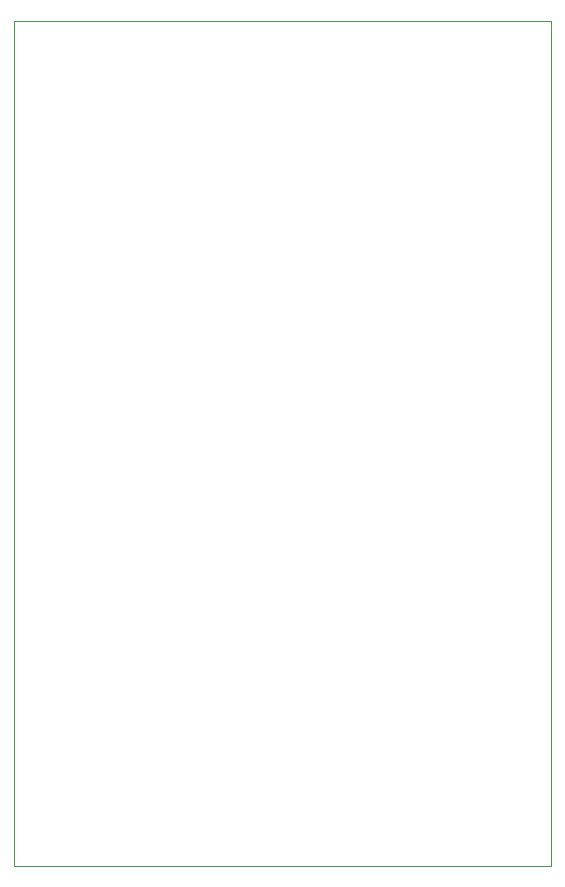
<source format=gm1>
G04 #@! TF.GenerationSoftware,KiCad,Pcbnew,8.0.1*
G04 #@! TF.CreationDate,2024-03-31T18:38:23-05:00*
G04 #@! TF.ProjectId,dinoctopus_v2,64696e6f-6374-46f7-9075-735f76322e6b,rev?*
G04 #@! TF.SameCoordinates,Original*
G04 #@! TF.FileFunction,Profile,NP*
%FSLAX46Y46*%
G04 Gerber Fmt 4.6, Leading zero omitted, Abs format (unit mm)*
G04 Created by KiCad (PCBNEW 8.0.1) date 2024-03-31 18:38:23*
%MOMM*%
%LPD*%
G01*
G04 APERTURE LIST*
G04 #@! TA.AperFunction,Profile*
%ADD10C,0.050000*%
G04 #@! TD*
G04 APERTURE END LIST*
D10*
X26500000Y-29500000D02*
X72000000Y-29500000D01*
X72000000Y-101000000D01*
X26500000Y-101000000D01*
X26500000Y-29500000D01*
M02*

</source>
